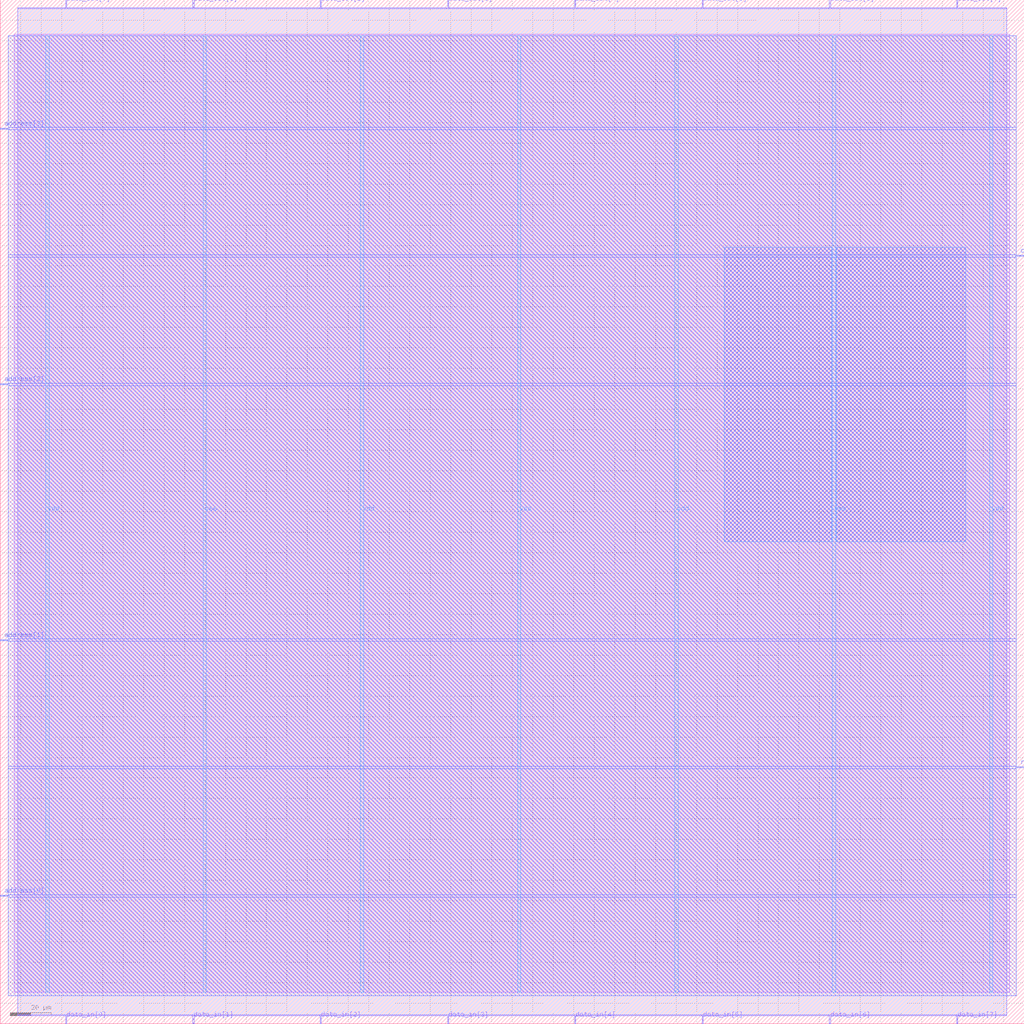
<source format=lef>
VERSION 5.7 ;
  NOWIREEXTENSIONATPIN ON ;
  DIVIDERCHAR "/" ;
  BUSBITCHARS "[]" ;
MACRO ram_16B
  CLASS BLOCK ;
  FOREIGN ram_16B ;
  ORIGIN 0.000 0.000 ;
  SIZE 500.000 BY 500.000 ;
  PIN address[0]
    DIRECTION INPUT ;
    USE SIGNAL ;
    PORT
      LAYER Metal3 ;
        RECT 0.000 62.160 4.000 62.720 ;
    END
  END address[0]
  PIN address[1]
    DIRECTION INPUT ;
    USE SIGNAL ;
    PORT
      LAYER Metal3 ;
        RECT 0.000 187.040 4.000 187.600 ;
    END
  END address[1]
  PIN address[2]
    DIRECTION INPUT ;
    USE SIGNAL ;
    PORT
      LAYER Metal3 ;
        RECT 0.000 311.920 4.000 312.480 ;
    END
  END address[2]
  PIN address[3]
    DIRECTION INPUT ;
    USE SIGNAL ;
    PORT
      LAYER Metal3 ;
        RECT 0.000 436.800 4.000 437.360 ;
    END
  END address[3]
  PIN clk
    DIRECTION INPUT ;
    USE SIGNAL ;
    PORT
      LAYER Metal3 ;
        RECT 496.000 374.640 500.000 375.200 ;
    END
  END clk
  PIN data_in[0]
    DIRECTION INPUT ;
    USE SIGNAL ;
    PORT
      LAYER Metal2 ;
        RECT 31.920 0.000 32.480 4.000 ;
    END
  END data_in[0]
  PIN data_in[1]
    DIRECTION INPUT ;
    USE SIGNAL ;
    PORT
      LAYER Metal2 ;
        RECT 94.080 0.000 94.640 4.000 ;
    END
  END data_in[1]
  PIN data_in[2]
    DIRECTION INPUT ;
    USE SIGNAL ;
    PORT
      LAYER Metal2 ;
        RECT 156.240 0.000 156.800 4.000 ;
    END
  END data_in[2]
  PIN data_in[3]
    DIRECTION INPUT ;
    USE SIGNAL ;
    PORT
      LAYER Metal2 ;
        RECT 218.400 0.000 218.960 4.000 ;
    END
  END data_in[3]
  PIN data_in[4]
    DIRECTION INPUT ;
    USE SIGNAL ;
    PORT
      LAYER Metal2 ;
        RECT 280.560 0.000 281.120 4.000 ;
    END
  END data_in[4]
  PIN data_in[5]
    DIRECTION INPUT ;
    USE SIGNAL ;
    PORT
      LAYER Metal2 ;
        RECT 342.720 0.000 343.280 4.000 ;
    END
  END data_in[5]
  PIN data_in[6]
    DIRECTION INPUT ;
    USE SIGNAL ;
    PORT
      LAYER Metal2 ;
        RECT 404.880 0.000 405.440 4.000 ;
    END
  END data_in[6]
  PIN data_in[7]
    DIRECTION INPUT ;
    USE SIGNAL ;
    PORT
      LAYER Metal2 ;
        RECT 467.040 0.000 467.600 4.000 ;
    END
  END data_in[7]
  PIN data_out[0]
    DIRECTION OUTPUT TRISTATE ;
    USE SIGNAL ;
    PORT
      LAYER Metal2 ;
        RECT 31.920 496.000 32.480 500.000 ;
    END
  END data_out[0]
  PIN data_out[1]
    DIRECTION OUTPUT TRISTATE ;
    USE SIGNAL ;
    PORT
      LAYER Metal2 ;
        RECT 94.080 496.000 94.640 500.000 ;
    END
  END data_out[1]
  PIN data_out[2]
    DIRECTION OUTPUT TRISTATE ;
    USE SIGNAL ;
    PORT
      LAYER Metal2 ;
        RECT 156.240 496.000 156.800 500.000 ;
    END
  END data_out[2]
  PIN data_out[3]
    DIRECTION OUTPUT TRISTATE ;
    USE SIGNAL ;
    PORT
      LAYER Metal2 ;
        RECT 218.400 496.000 218.960 500.000 ;
    END
  END data_out[3]
  PIN data_out[4]
    DIRECTION OUTPUT TRISTATE ;
    USE SIGNAL ;
    PORT
      LAYER Metal2 ;
        RECT 280.560 496.000 281.120 500.000 ;
    END
  END data_out[4]
  PIN data_out[5]
    DIRECTION OUTPUT TRISTATE ;
    USE SIGNAL ;
    PORT
      LAYER Metal2 ;
        RECT 342.720 496.000 343.280 500.000 ;
    END
  END data_out[5]
  PIN data_out[6]
    DIRECTION OUTPUT TRISTATE ;
    USE SIGNAL ;
    PORT
      LAYER Metal2 ;
        RECT 404.880 496.000 405.440 500.000 ;
    END
  END data_out[6]
  PIN data_out[7]
    DIRECTION OUTPUT TRISTATE ;
    USE SIGNAL ;
    PORT
      LAYER Metal2 ;
        RECT 467.040 496.000 467.600 500.000 ;
    END
  END data_out[7]
  PIN rd_wr
    DIRECTION INPUT ;
    USE SIGNAL ;
    PORT
      LAYER Metal3 ;
        RECT 496.000 124.880 500.000 125.440 ;
    END
  END rd_wr
  PIN vdd
    DIRECTION INOUT ;
    USE POWER ;
    PORT
      LAYER Metal4 ;
        RECT 22.240 15.380 23.840 482.460 ;
    END
    PORT
      LAYER Metal4 ;
        RECT 175.840 15.380 177.440 482.460 ;
    END
    PORT
      LAYER Metal4 ;
        RECT 329.440 15.380 331.040 482.460 ;
    END
    PORT
      LAYER Metal4 ;
        RECT 483.040 15.380 484.640 482.460 ;
    END
  END vdd
  PIN vss
    DIRECTION INOUT ;
    USE GROUND ;
    PORT
      LAYER Metal4 ;
        RECT 99.040 15.380 100.640 482.460 ;
    END
    PORT
      LAYER Metal4 ;
        RECT 252.640 15.380 254.240 482.460 ;
    END
    PORT
      LAYER Metal4 ;
        RECT 406.240 15.380 407.840 482.460 ;
    END
  END vss
  OBS
      LAYER Metal1 ;
        RECT 6.720 15.380 492.800 483.130 ;
      LAYER Metal2 ;
        RECT 8.540 495.700 31.620 496.000 ;
        RECT 32.780 495.700 93.780 496.000 ;
        RECT 94.940 495.700 155.940 496.000 ;
        RECT 157.100 495.700 218.100 496.000 ;
        RECT 219.260 495.700 280.260 496.000 ;
        RECT 281.420 495.700 342.420 496.000 ;
        RECT 343.580 495.700 404.580 496.000 ;
        RECT 405.740 495.700 466.740 496.000 ;
        RECT 467.900 495.700 491.540 496.000 ;
        RECT 8.540 4.300 491.540 495.700 ;
        RECT 8.540 4.000 31.620 4.300 ;
        RECT 32.780 4.000 93.780 4.300 ;
        RECT 94.940 4.000 155.940 4.300 ;
        RECT 157.100 4.000 218.100 4.300 ;
        RECT 219.260 4.000 280.260 4.300 ;
        RECT 281.420 4.000 342.420 4.300 ;
        RECT 343.580 4.000 404.580 4.300 ;
        RECT 405.740 4.000 466.740 4.300 ;
        RECT 467.900 4.000 491.540 4.300 ;
      LAYER Metal3 ;
        RECT 4.000 437.660 496.000 482.300 ;
        RECT 4.300 436.500 496.000 437.660 ;
        RECT 4.000 375.500 496.000 436.500 ;
        RECT 4.000 374.340 495.700 375.500 ;
        RECT 4.000 312.780 496.000 374.340 ;
        RECT 4.300 311.620 496.000 312.780 ;
        RECT 4.000 187.900 496.000 311.620 ;
        RECT 4.300 186.740 496.000 187.900 ;
        RECT 4.000 125.740 496.000 186.740 ;
        RECT 4.000 124.580 495.700 125.740 ;
        RECT 4.000 63.020 496.000 124.580 ;
        RECT 4.300 61.860 496.000 63.020 ;
        RECT 4.000 13.580 496.000 61.860 ;
      LAYER Metal4 ;
        RECT 353.500 235.290 405.940 379.030 ;
        RECT 408.140 235.290 471.380 379.030 ;
  END
END ram_16B
END LIBRARY


</source>
